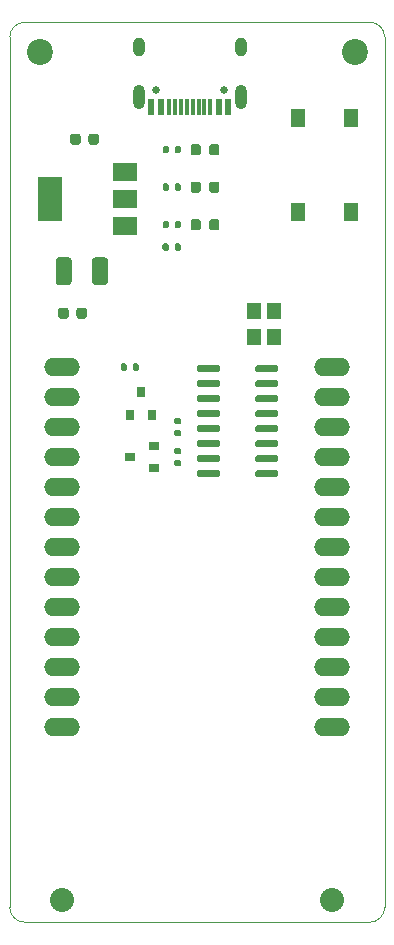
<source format=gbr>
%TF.GenerationSoftware,KiCad,Pcbnew,5.1.10-88a1d61d58~88~ubuntu20.04.1*%
%TF.CreationDate,2021-05-28T23:30:33+02:00*%
%TF.ProjectId,wt32-eth01-programmer,77743332-2d65-4746-9830-312d70726f67,rev?*%
%TF.SameCoordinates,Original*%
%TF.FileFunction,Soldermask,Top*%
%TF.FilePolarity,Negative*%
%FSLAX46Y46*%
G04 Gerber Fmt 4.6, Leading zero omitted, Abs format (unit mm)*
G04 Created by KiCad (PCBNEW 5.1.10-88a1d61d58~88~ubuntu20.04.1) date 2021-05-28 23:30:33*
%MOMM*%
%LPD*%
G01*
G04 APERTURE LIST*
%TA.AperFunction,Profile*%
%ADD10C,0.050000*%
%TD*%
%ADD11C,2.200000*%
%ADD12R,1.300000X1.550000*%
%ADD13R,1.200000X1.400000*%
%ADD14O,3.048000X1.524000*%
%ADD15C,2.032000*%
%ADD16R,2.000000X1.500000*%
%ADD17R,2.000000X3.800000*%
%ADD18R,0.800000X0.900000*%
%ADD19R,0.900000X0.800000*%
%ADD20R,0.600000X1.450000*%
%ADD21R,0.300000X1.450000*%
%ADD22O,1.000000X2.100000*%
%ADD23C,0.650000*%
%ADD24O,1.000000X1.600000*%
G04 APERTURE END LIST*
D10*
X50800000Y-45720000D02*
G75*
G02*
X52070000Y-44450000I1270000J0D01*
G01*
X52070000Y-120650000D02*
G75*
G02*
X50800000Y-119380000I0J1270000D01*
G01*
X82550000Y-119380000D02*
G75*
G02*
X81280000Y-120650000I-1270000J0D01*
G01*
X81280000Y-44450000D02*
G75*
G02*
X82550000Y-45720000I0J-1270000D01*
G01*
X50800000Y-45720000D02*
X50800000Y-119380000D01*
X81280000Y-44450000D02*
X52070000Y-44450000D01*
X82550000Y-119380000D02*
X82550000Y-45720000D01*
X52070000Y-120650000D02*
X81280000Y-120650000D01*
D11*
%TO.C,REF\u002A\u002A*%
X53340000Y-46990000D03*
%TD*%
%TO.C,REF\u002A\u002A*%
X80010000Y-46990000D03*
%TD*%
D12*
%TO.C,SW1*%
X75220000Y-60490000D03*
X79720000Y-60490000D03*
X79720000Y-52540000D03*
X75220000Y-52540000D03*
%TD*%
D13*
%TO.C,Y1*%
X71452000Y-71120000D03*
X71452000Y-68920000D03*
X73152000Y-68920000D03*
X73152000Y-71120000D03*
%TD*%
D14*
%TO.C,U3*%
X78105000Y-104140000D03*
X78105000Y-73660000D03*
X78105000Y-76200000D03*
X78105000Y-78740000D03*
X78105000Y-81280000D03*
X78105000Y-83820000D03*
X78105000Y-86360000D03*
X78105000Y-88900000D03*
X78105000Y-91440000D03*
X78105000Y-93980000D03*
X78105000Y-96520000D03*
X78105000Y-99060000D03*
X78105000Y-101600000D03*
X55245000Y-104140000D03*
X55245000Y-101600000D03*
X55245000Y-99060000D03*
X55245000Y-96520000D03*
X55245000Y-93980000D03*
X55245000Y-91440000D03*
X55245000Y-88900000D03*
X55245000Y-86360000D03*
X55245000Y-83820000D03*
X55245000Y-81280000D03*
X55245000Y-78740000D03*
X55245000Y-76200000D03*
X55245000Y-73660000D03*
D15*
X78105000Y-118745000D03*
X55245000Y-118745000D03*
%TD*%
%TO.C,U2*%
G36*
G01*
X68604000Y-82527000D02*
X68604000Y-82827000D01*
G75*
G02*
X68454000Y-82977000I-150000J0D01*
G01*
X66804000Y-82977000D01*
G75*
G02*
X66654000Y-82827000I0J150000D01*
G01*
X66654000Y-82527000D01*
G75*
G02*
X66804000Y-82377000I150000J0D01*
G01*
X68454000Y-82377000D01*
G75*
G02*
X68604000Y-82527000I0J-150000D01*
G01*
G37*
G36*
G01*
X68604000Y-81257000D02*
X68604000Y-81557000D01*
G75*
G02*
X68454000Y-81707000I-150000J0D01*
G01*
X66804000Y-81707000D01*
G75*
G02*
X66654000Y-81557000I0J150000D01*
G01*
X66654000Y-81257000D01*
G75*
G02*
X66804000Y-81107000I150000J0D01*
G01*
X68454000Y-81107000D01*
G75*
G02*
X68604000Y-81257000I0J-150000D01*
G01*
G37*
G36*
G01*
X68604000Y-79987000D02*
X68604000Y-80287000D01*
G75*
G02*
X68454000Y-80437000I-150000J0D01*
G01*
X66804000Y-80437000D01*
G75*
G02*
X66654000Y-80287000I0J150000D01*
G01*
X66654000Y-79987000D01*
G75*
G02*
X66804000Y-79837000I150000J0D01*
G01*
X68454000Y-79837000D01*
G75*
G02*
X68604000Y-79987000I0J-150000D01*
G01*
G37*
G36*
G01*
X68604000Y-78717000D02*
X68604000Y-79017000D01*
G75*
G02*
X68454000Y-79167000I-150000J0D01*
G01*
X66804000Y-79167000D01*
G75*
G02*
X66654000Y-79017000I0J150000D01*
G01*
X66654000Y-78717000D01*
G75*
G02*
X66804000Y-78567000I150000J0D01*
G01*
X68454000Y-78567000D01*
G75*
G02*
X68604000Y-78717000I0J-150000D01*
G01*
G37*
G36*
G01*
X68604000Y-77447000D02*
X68604000Y-77747000D01*
G75*
G02*
X68454000Y-77897000I-150000J0D01*
G01*
X66804000Y-77897000D01*
G75*
G02*
X66654000Y-77747000I0J150000D01*
G01*
X66654000Y-77447000D01*
G75*
G02*
X66804000Y-77297000I150000J0D01*
G01*
X68454000Y-77297000D01*
G75*
G02*
X68604000Y-77447000I0J-150000D01*
G01*
G37*
G36*
G01*
X68604000Y-76177000D02*
X68604000Y-76477000D01*
G75*
G02*
X68454000Y-76627000I-150000J0D01*
G01*
X66804000Y-76627000D01*
G75*
G02*
X66654000Y-76477000I0J150000D01*
G01*
X66654000Y-76177000D01*
G75*
G02*
X66804000Y-76027000I150000J0D01*
G01*
X68454000Y-76027000D01*
G75*
G02*
X68604000Y-76177000I0J-150000D01*
G01*
G37*
G36*
G01*
X68604000Y-74907000D02*
X68604000Y-75207000D01*
G75*
G02*
X68454000Y-75357000I-150000J0D01*
G01*
X66804000Y-75357000D01*
G75*
G02*
X66654000Y-75207000I0J150000D01*
G01*
X66654000Y-74907000D01*
G75*
G02*
X66804000Y-74757000I150000J0D01*
G01*
X68454000Y-74757000D01*
G75*
G02*
X68604000Y-74907000I0J-150000D01*
G01*
G37*
G36*
G01*
X68604000Y-73637000D02*
X68604000Y-73937000D01*
G75*
G02*
X68454000Y-74087000I-150000J0D01*
G01*
X66804000Y-74087000D01*
G75*
G02*
X66654000Y-73937000I0J150000D01*
G01*
X66654000Y-73637000D01*
G75*
G02*
X66804000Y-73487000I150000J0D01*
G01*
X68454000Y-73487000D01*
G75*
G02*
X68604000Y-73637000I0J-150000D01*
G01*
G37*
G36*
G01*
X73554000Y-73637000D02*
X73554000Y-73937000D01*
G75*
G02*
X73404000Y-74087000I-150000J0D01*
G01*
X71754000Y-74087000D01*
G75*
G02*
X71604000Y-73937000I0J150000D01*
G01*
X71604000Y-73637000D01*
G75*
G02*
X71754000Y-73487000I150000J0D01*
G01*
X73404000Y-73487000D01*
G75*
G02*
X73554000Y-73637000I0J-150000D01*
G01*
G37*
G36*
G01*
X73554000Y-74907000D02*
X73554000Y-75207000D01*
G75*
G02*
X73404000Y-75357000I-150000J0D01*
G01*
X71754000Y-75357000D01*
G75*
G02*
X71604000Y-75207000I0J150000D01*
G01*
X71604000Y-74907000D01*
G75*
G02*
X71754000Y-74757000I150000J0D01*
G01*
X73404000Y-74757000D01*
G75*
G02*
X73554000Y-74907000I0J-150000D01*
G01*
G37*
G36*
G01*
X73554000Y-76177000D02*
X73554000Y-76477000D01*
G75*
G02*
X73404000Y-76627000I-150000J0D01*
G01*
X71754000Y-76627000D01*
G75*
G02*
X71604000Y-76477000I0J150000D01*
G01*
X71604000Y-76177000D01*
G75*
G02*
X71754000Y-76027000I150000J0D01*
G01*
X73404000Y-76027000D01*
G75*
G02*
X73554000Y-76177000I0J-150000D01*
G01*
G37*
G36*
G01*
X73554000Y-77447000D02*
X73554000Y-77747000D01*
G75*
G02*
X73404000Y-77897000I-150000J0D01*
G01*
X71754000Y-77897000D01*
G75*
G02*
X71604000Y-77747000I0J150000D01*
G01*
X71604000Y-77447000D01*
G75*
G02*
X71754000Y-77297000I150000J0D01*
G01*
X73404000Y-77297000D01*
G75*
G02*
X73554000Y-77447000I0J-150000D01*
G01*
G37*
G36*
G01*
X73554000Y-78717000D02*
X73554000Y-79017000D01*
G75*
G02*
X73404000Y-79167000I-150000J0D01*
G01*
X71754000Y-79167000D01*
G75*
G02*
X71604000Y-79017000I0J150000D01*
G01*
X71604000Y-78717000D01*
G75*
G02*
X71754000Y-78567000I150000J0D01*
G01*
X73404000Y-78567000D01*
G75*
G02*
X73554000Y-78717000I0J-150000D01*
G01*
G37*
G36*
G01*
X73554000Y-79987000D02*
X73554000Y-80287000D01*
G75*
G02*
X73404000Y-80437000I-150000J0D01*
G01*
X71754000Y-80437000D01*
G75*
G02*
X71604000Y-80287000I0J150000D01*
G01*
X71604000Y-79987000D01*
G75*
G02*
X71754000Y-79837000I150000J0D01*
G01*
X73404000Y-79837000D01*
G75*
G02*
X73554000Y-79987000I0J-150000D01*
G01*
G37*
G36*
G01*
X73554000Y-81257000D02*
X73554000Y-81557000D01*
G75*
G02*
X73404000Y-81707000I-150000J0D01*
G01*
X71754000Y-81707000D01*
G75*
G02*
X71604000Y-81557000I0J150000D01*
G01*
X71604000Y-81257000D01*
G75*
G02*
X71754000Y-81107000I150000J0D01*
G01*
X73404000Y-81107000D01*
G75*
G02*
X73554000Y-81257000I0J-150000D01*
G01*
G37*
G36*
G01*
X73554000Y-82527000D02*
X73554000Y-82827000D01*
G75*
G02*
X73404000Y-82977000I-150000J0D01*
G01*
X71754000Y-82977000D01*
G75*
G02*
X71604000Y-82827000I0J150000D01*
G01*
X71604000Y-82527000D01*
G75*
G02*
X71754000Y-82377000I150000J0D01*
G01*
X73404000Y-82377000D01*
G75*
G02*
X73554000Y-82527000I0J-150000D01*
G01*
G37*
%TD*%
D16*
%TO.C,U1*%
X60554000Y-61736000D03*
X60554000Y-57136000D03*
X60554000Y-59436000D03*
D17*
X54254000Y-59436000D03*
%TD*%
%TO.C,R7*%
G36*
G01*
X64839000Y-78982000D02*
X65209000Y-78982000D01*
G75*
G02*
X65344000Y-79117000I0J-135000D01*
G01*
X65344000Y-79387000D01*
G75*
G02*
X65209000Y-79522000I-135000J0D01*
G01*
X64839000Y-79522000D01*
G75*
G02*
X64704000Y-79387000I0J135000D01*
G01*
X64704000Y-79117000D01*
G75*
G02*
X64839000Y-78982000I135000J0D01*
G01*
G37*
G36*
G01*
X64839000Y-77962000D02*
X65209000Y-77962000D01*
G75*
G02*
X65344000Y-78097000I0J-135000D01*
G01*
X65344000Y-78367000D01*
G75*
G02*
X65209000Y-78502000I-135000J0D01*
G01*
X64839000Y-78502000D01*
G75*
G02*
X64704000Y-78367000I0J135000D01*
G01*
X64704000Y-78097000D01*
G75*
G02*
X64839000Y-77962000I135000J0D01*
G01*
G37*
%TD*%
%TO.C,R6*%
G36*
G01*
X65209000Y-81038000D02*
X64839000Y-81038000D01*
G75*
G02*
X64704000Y-80903000I0J135000D01*
G01*
X64704000Y-80633000D01*
G75*
G02*
X64839000Y-80498000I135000J0D01*
G01*
X65209000Y-80498000D01*
G75*
G02*
X65344000Y-80633000I0J-135000D01*
G01*
X65344000Y-80903000D01*
G75*
G02*
X65209000Y-81038000I-135000J0D01*
G01*
G37*
G36*
G01*
X65209000Y-82058000D02*
X64839000Y-82058000D01*
G75*
G02*
X64704000Y-81923000I0J135000D01*
G01*
X64704000Y-81653000D01*
G75*
G02*
X64839000Y-81518000I135000J0D01*
G01*
X65209000Y-81518000D01*
G75*
G02*
X65344000Y-81653000I0J-135000D01*
G01*
X65344000Y-81923000D01*
G75*
G02*
X65209000Y-82058000I-135000J0D01*
G01*
G37*
%TD*%
%TO.C,R5*%
G36*
G01*
X64274000Y-63315000D02*
X64274000Y-63685000D01*
G75*
G02*
X64139000Y-63820000I-135000J0D01*
G01*
X63869000Y-63820000D01*
G75*
G02*
X63734000Y-63685000I0J135000D01*
G01*
X63734000Y-63315000D01*
G75*
G02*
X63869000Y-63180000I135000J0D01*
G01*
X64139000Y-63180000D01*
G75*
G02*
X64274000Y-63315000I0J-135000D01*
G01*
G37*
G36*
G01*
X65294000Y-63315000D02*
X65294000Y-63685000D01*
G75*
G02*
X65159000Y-63820000I-135000J0D01*
G01*
X64889000Y-63820000D01*
G75*
G02*
X64754000Y-63685000I0J135000D01*
G01*
X64754000Y-63315000D01*
G75*
G02*
X64889000Y-63180000I135000J0D01*
G01*
X65159000Y-63180000D01*
G75*
G02*
X65294000Y-63315000I0J-135000D01*
G01*
G37*
%TD*%
%TO.C,R4*%
G36*
G01*
X60722000Y-73475000D02*
X60722000Y-73845000D01*
G75*
G02*
X60587000Y-73980000I-135000J0D01*
G01*
X60317000Y-73980000D01*
G75*
G02*
X60182000Y-73845000I0J135000D01*
G01*
X60182000Y-73475000D01*
G75*
G02*
X60317000Y-73340000I135000J0D01*
G01*
X60587000Y-73340000D01*
G75*
G02*
X60722000Y-73475000I0J-135000D01*
G01*
G37*
G36*
G01*
X61742000Y-73475000D02*
X61742000Y-73845000D01*
G75*
G02*
X61607000Y-73980000I-135000J0D01*
G01*
X61337000Y-73980000D01*
G75*
G02*
X61202000Y-73845000I0J135000D01*
G01*
X61202000Y-73475000D01*
G75*
G02*
X61337000Y-73340000I135000J0D01*
G01*
X61607000Y-73340000D01*
G75*
G02*
X61742000Y-73475000I0J-135000D01*
G01*
G37*
%TD*%
%TO.C,R3*%
G36*
G01*
X64758000Y-61780000D02*
X64758000Y-61410000D01*
G75*
G02*
X64893000Y-61275000I135000J0D01*
G01*
X65163000Y-61275000D01*
G75*
G02*
X65298000Y-61410000I0J-135000D01*
G01*
X65298000Y-61780000D01*
G75*
G02*
X65163000Y-61915000I-135000J0D01*
G01*
X64893000Y-61915000D01*
G75*
G02*
X64758000Y-61780000I0J135000D01*
G01*
G37*
G36*
G01*
X63738000Y-61780000D02*
X63738000Y-61410000D01*
G75*
G02*
X63873000Y-61275000I135000J0D01*
G01*
X64143000Y-61275000D01*
G75*
G02*
X64278000Y-61410000I0J-135000D01*
G01*
X64278000Y-61780000D01*
G75*
G02*
X64143000Y-61915000I-135000J0D01*
G01*
X63873000Y-61915000D01*
G75*
G02*
X63738000Y-61780000I0J135000D01*
G01*
G37*
%TD*%
%TO.C,R2*%
G36*
G01*
X64758000Y-58605000D02*
X64758000Y-58235000D01*
G75*
G02*
X64893000Y-58100000I135000J0D01*
G01*
X65163000Y-58100000D01*
G75*
G02*
X65298000Y-58235000I0J-135000D01*
G01*
X65298000Y-58605000D01*
G75*
G02*
X65163000Y-58740000I-135000J0D01*
G01*
X64893000Y-58740000D01*
G75*
G02*
X64758000Y-58605000I0J135000D01*
G01*
G37*
G36*
G01*
X63738000Y-58605000D02*
X63738000Y-58235000D01*
G75*
G02*
X63873000Y-58100000I135000J0D01*
G01*
X64143000Y-58100000D01*
G75*
G02*
X64278000Y-58235000I0J-135000D01*
G01*
X64278000Y-58605000D01*
G75*
G02*
X64143000Y-58740000I-135000J0D01*
G01*
X63873000Y-58740000D01*
G75*
G02*
X63738000Y-58605000I0J135000D01*
G01*
G37*
%TD*%
%TO.C,R1*%
G36*
G01*
X64758000Y-55430000D02*
X64758000Y-55060000D01*
G75*
G02*
X64893000Y-54925000I135000J0D01*
G01*
X65163000Y-54925000D01*
G75*
G02*
X65298000Y-55060000I0J-135000D01*
G01*
X65298000Y-55430000D01*
G75*
G02*
X65163000Y-55565000I-135000J0D01*
G01*
X64893000Y-55565000D01*
G75*
G02*
X64758000Y-55430000I0J135000D01*
G01*
G37*
G36*
G01*
X63738000Y-55430000D02*
X63738000Y-55060000D01*
G75*
G02*
X63873000Y-54925000I135000J0D01*
G01*
X64143000Y-54925000D01*
G75*
G02*
X64278000Y-55060000I0J-135000D01*
G01*
X64278000Y-55430000D01*
G75*
G02*
X64143000Y-55565000I-135000J0D01*
G01*
X63873000Y-55565000D01*
G75*
G02*
X63738000Y-55430000I0J135000D01*
G01*
G37*
%TD*%
D18*
%TO.C,Q2*%
X61910000Y-75724000D03*
X62860000Y-77724000D03*
X60960000Y-77724000D03*
%TD*%
D19*
%TO.C,Q1*%
X60992000Y-81280000D03*
X62992000Y-80330000D03*
X62992000Y-82230000D03*
%TD*%
D20*
%TO.C,J1*%
X62790000Y-51670000D03*
X63590000Y-51670000D03*
X68490000Y-51670000D03*
X69290000Y-51670000D03*
X69290000Y-51670000D03*
X68490000Y-51670000D03*
X63590000Y-51670000D03*
X62790000Y-51670000D03*
D21*
X67790000Y-51670000D03*
X67290000Y-51670000D03*
X66790000Y-51670000D03*
X65790000Y-51670000D03*
X65290000Y-51670000D03*
X64790000Y-51670000D03*
X64290000Y-51670000D03*
X66290000Y-51670000D03*
D22*
X61720000Y-50755000D03*
X70360000Y-50755000D03*
D23*
X68930000Y-50225000D03*
D24*
X70360000Y-46575000D03*
D23*
X63150000Y-50225000D03*
D24*
X61720000Y-46575000D03*
%TD*%
%TO.C,D3*%
G36*
G01*
X66985500Y-61338750D02*
X66985500Y-61851250D01*
G75*
G02*
X66766750Y-62070000I-218750J0D01*
G01*
X66329250Y-62070000D01*
G75*
G02*
X66110500Y-61851250I0J218750D01*
G01*
X66110500Y-61338750D01*
G75*
G02*
X66329250Y-61120000I218750J0D01*
G01*
X66766750Y-61120000D01*
G75*
G02*
X66985500Y-61338750I0J-218750D01*
G01*
G37*
G36*
G01*
X68560500Y-61338750D02*
X68560500Y-61851250D01*
G75*
G02*
X68341750Y-62070000I-218750J0D01*
G01*
X67904250Y-62070000D01*
G75*
G02*
X67685500Y-61851250I0J218750D01*
G01*
X67685500Y-61338750D01*
G75*
G02*
X67904250Y-61120000I218750J0D01*
G01*
X68341750Y-61120000D01*
G75*
G02*
X68560500Y-61338750I0J-218750D01*
G01*
G37*
%TD*%
%TO.C,D2*%
G36*
G01*
X66985500Y-58163750D02*
X66985500Y-58676250D01*
G75*
G02*
X66766750Y-58895000I-218750J0D01*
G01*
X66329250Y-58895000D01*
G75*
G02*
X66110500Y-58676250I0J218750D01*
G01*
X66110500Y-58163750D01*
G75*
G02*
X66329250Y-57945000I218750J0D01*
G01*
X66766750Y-57945000D01*
G75*
G02*
X66985500Y-58163750I0J-218750D01*
G01*
G37*
G36*
G01*
X68560500Y-58163750D02*
X68560500Y-58676250D01*
G75*
G02*
X68341750Y-58895000I-218750J0D01*
G01*
X67904250Y-58895000D01*
G75*
G02*
X67685500Y-58676250I0J218750D01*
G01*
X67685500Y-58163750D01*
G75*
G02*
X67904250Y-57945000I218750J0D01*
G01*
X68341750Y-57945000D01*
G75*
G02*
X68560500Y-58163750I0J-218750D01*
G01*
G37*
%TD*%
%TO.C,D1*%
G36*
G01*
X66985500Y-54988750D02*
X66985500Y-55501250D01*
G75*
G02*
X66766750Y-55720000I-218750J0D01*
G01*
X66329250Y-55720000D01*
G75*
G02*
X66110500Y-55501250I0J218750D01*
G01*
X66110500Y-54988750D01*
G75*
G02*
X66329250Y-54770000I218750J0D01*
G01*
X66766750Y-54770000D01*
G75*
G02*
X66985500Y-54988750I0J-218750D01*
G01*
G37*
G36*
G01*
X68560500Y-54988750D02*
X68560500Y-55501250D01*
G75*
G02*
X68341750Y-55720000I-218750J0D01*
G01*
X67904250Y-55720000D01*
G75*
G02*
X67685500Y-55501250I0J218750D01*
G01*
X67685500Y-54988750D01*
G75*
G02*
X67904250Y-54770000I218750J0D01*
G01*
X68341750Y-54770000D01*
G75*
G02*
X68560500Y-54988750I0J-218750D01*
G01*
G37*
%TD*%
%TO.C,C3*%
G36*
G01*
X56446000Y-69338000D02*
X56446000Y-68838000D01*
G75*
G02*
X56671000Y-68613000I225000J0D01*
G01*
X57121000Y-68613000D01*
G75*
G02*
X57346000Y-68838000I0J-225000D01*
G01*
X57346000Y-69338000D01*
G75*
G02*
X57121000Y-69563000I-225000J0D01*
G01*
X56671000Y-69563000D01*
G75*
G02*
X56446000Y-69338000I0J225000D01*
G01*
G37*
G36*
G01*
X54896000Y-69338000D02*
X54896000Y-68838000D01*
G75*
G02*
X55121000Y-68613000I225000J0D01*
G01*
X55571000Y-68613000D01*
G75*
G02*
X55796000Y-68838000I0J-225000D01*
G01*
X55796000Y-69338000D01*
G75*
G02*
X55571000Y-69563000I-225000J0D01*
G01*
X55121000Y-69563000D01*
G75*
G02*
X54896000Y-69338000I0J225000D01*
G01*
G37*
%TD*%
%TO.C,C2*%
G36*
G01*
X57784500Y-66457003D02*
X57784500Y-64606997D01*
G75*
G02*
X58034497Y-64357000I249997J0D01*
G01*
X58859503Y-64357000D01*
G75*
G02*
X59109500Y-64606997I0J-249997D01*
G01*
X59109500Y-66457003D01*
G75*
G02*
X58859503Y-66707000I-249997J0D01*
G01*
X58034497Y-66707000D01*
G75*
G02*
X57784500Y-66457003I0J249997D01*
G01*
G37*
G36*
G01*
X54709500Y-66457003D02*
X54709500Y-64606997D01*
G75*
G02*
X54959497Y-64357000I249997J0D01*
G01*
X55784503Y-64357000D01*
G75*
G02*
X56034500Y-64606997I0J-249997D01*
G01*
X56034500Y-66457003D01*
G75*
G02*
X55784503Y-66707000I-249997J0D01*
G01*
X54959497Y-66707000D01*
G75*
G02*
X54709500Y-66457003I0J249997D01*
G01*
G37*
%TD*%
%TO.C,C1*%
G36*
G01*
X56812000Y-54106000D02*
X56812000Y-54606000D01*
G75*
G02*
X56587000Y-54831000I-225000J0D01*
G01*
X56137000Y-54831000D01*
G75*
G02*
X55912000Y-54606000I0J225000D01*
G01*
X55912000Y-54106000D01*
G75*
G02*
X56137000Y-53881000I225000J0D01*
G01*
X56587000Y-53881000D01*
G75*
G02*
X56812000Y-54106000I0J-225000D01*
G01*
G37*
G36*
G01*
X58362000Y-54106000D02*
X58362000Y-54606000D01*
G75*
G02*
X58137000Y-54831000I-225000J0D01*
G01*
X57687000Y-54831000D01*
G75*
G02*
X57462000Y-54606000I0J225000D01*
G01*
X57462000Y-54106000D01*
G75*
G02*
X57687000Y-53881000I225000J0D01*
G01*
X58137000Y-53881000D01*
G75*
G02*
X58362000Y-54106000I0J-225000D01*
G01*
G37*
%TD*%
M02*

</source>
